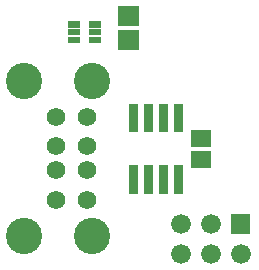
<source format=gbr>
G04 start of page 5 for group -4062 idx -4062 *
G04 Title: (unknown), soldermask *
G04 Creator: pcb 20091103 *
G04 CreationDate: Mon 14 Mar 2011 03:34:43 AM GMT UTC *
G04 For: gjhurlbu *
G04 Format: Gerber/RS-274X *
G04 PCB-Dimensions: 600000 500000 *
G04 PCB-Coordinate-Origin: lower left *
%MOIN*%
%FSLAX25Y25*%
%LNBACKMASK*%
%ADD14C,0.0200*%
%ADD23C,0.0620*%
%ADD24C,0.1210*%
%ADD25C,0.0660*%
%ADD26R,0.0300X0.0300*%
%ADD27R,0.0572X0.0572*%
%ADD28R,0.0650X0.0650*%
%ADD29R,0.0210X0.0210*%
G54D23*X59254Y398422D03*
Y388622D03*
X69554Y406322D03*
Y398422D03*
Y388622D03*
X59254Y416122D03*
Y406322D03*
X69554Y416122D03*
G54D24*X70954Y428222D03*
X48554D03*
X70954Y376522D03*
X48554D03*
G54D14*G36*
X117329Y383897D02*Y377297D01*
X123929D01*
Y383897D01*
X117329D01*
G37*
G54D25*X120629Y370597D03*
X110629Y380597D03*
Y370597D03*
X100629Y380597D03*
Y370597D03*
G54D26*X100000Y419000D02*Y412500D01*
X90000Y398500D02*Y392000D01*
X85000Y398500D02*Y392000D01*
Y419000D02*Y412500D01*
X90000Y419000D02*Y412500D01*
X95000Y419000D02*Y412500D01*
X100000Y398500D02*Y392000D01*
X95000Y398500D02*Y392000D01*
G54D27*X107000Y409086D02*X107786D01*
X107000Y402000D02*X107786D01*
G54D28*X83000Y449774D02*X83394D01*
X83000Y441900D02*X83394D01*
G54D29*X64000D02*X66000D01*
X64000Y444500D02*X66000D01*
X64000Y447000D02*X66000D01*
X71000D02*X73000D01*
X71000Y444500D02*X73000D01*
X71000Y441900D02*X73000D01*
M02*

</source>
